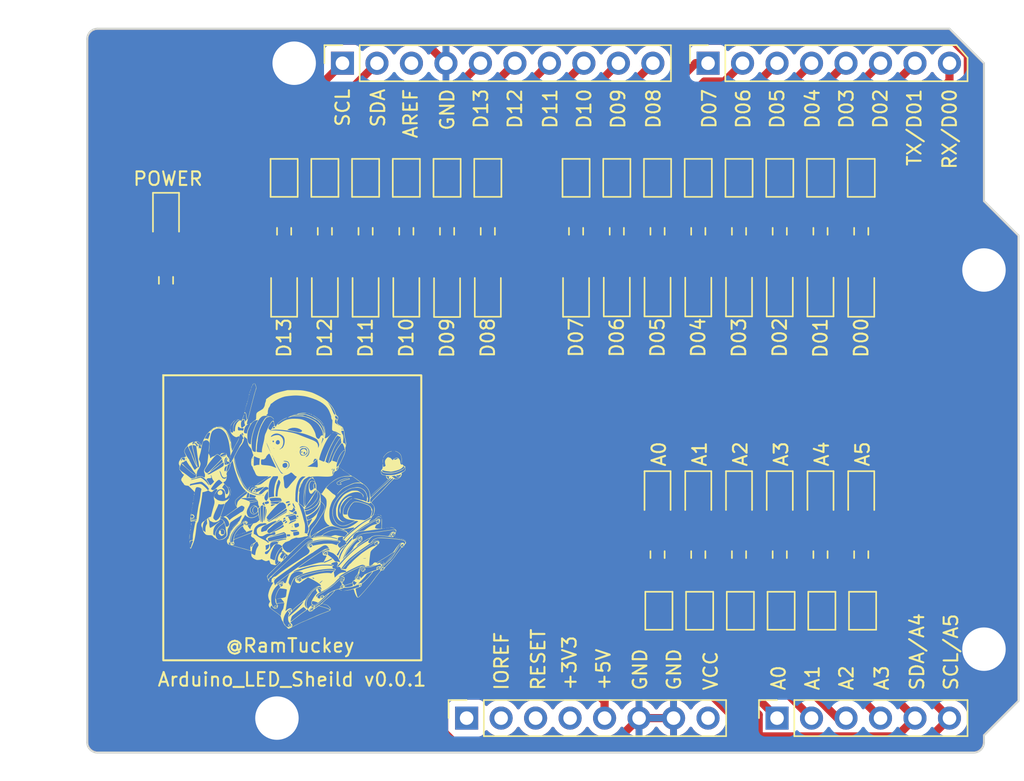
<source format=kicad_pcb>
(kicad_pcb (version 20221018) (generator pcbnew)
  (title_block (date "mar. 31 mars 2015"))
  (layers (0 "F.Cu" signal) (31 "B.Cu" signal) (34 "B.Paste" user) (35 "F.Paste" user) (36 "B.SilkS" user "B.Silkscreen") (37 "F.SilkS" user "F.Silkscreen") (38 "B.Mask" user) (39 "F.Mask" user) (44 "Edge.Cuts" user))
  (net 0 "")
  (net 1 "GND")
  (net 3 "+5V")
  (net 4 "/IOREF")
  (net 5 "/A0")
  (net 6 "/A1")
  (net 7 "/A2")
  (net 8 "/A3")
  (net 9 "/SDA{slash}A4")
  (net 10 "/SCL{slash}A5")
  (net 11 "/13")
  (net 12 "/12")
  (net 13 "/AREF")
  (net 14 "/8")
  (net 15 "/7")
  (net 16 "/*11")
  (net 17 "/*10")
  (net 18 "/*9")
  (net 19 "/4")
  (net 20 "/2")
  (net 21 "/*6")
  (net 22 "/*5")
  (net 23 "/TX{slash}1")
  (net 24 "/*3")
  (net 25 "/RX{slash}0")
  (net 26 "+3V3")
  (net 27 "VCC")
  (net 28 "/~{RESET}")
  (net 29 "Net-(D1-A)")
  (net 30 "Net-(D2-A)")
  (net 31 "Net-(D3-A)")
  (net 32 "Net-(D4-A)")
  (net 33 "Net-(D5-A)")
  (net 34 "Net-(D6-A)")
  (net 35 "Net-(D7-A)")
  (net 36 "Net-(D8-A)")
  (net 37 "Net-(D9-A)")
  (net 38 "Net-(D10-A)")
  (net 39 "Net-(D11-A)")
  (net 40 "Net-(D12-A)")
  (net 41 "Net-(D13-A)")
  (net 42 "Net-(D14-A)")
  (net 43 "Net-(D17-A)")
  (net 44 "Net-(D18-A)")
  (net 45 "Net-(D19-A)")
  (net 46 "Net-(D20-A)")
  (net 47 "Net-(D21-A)")
  (net 48 "Net-(D22-A)")
  (net 49 "Net-(D23-A)")
  (net 50 "Net-(JP1-B)")
  (net 51 "Net-(JP2-B)")
  (net 52 "Net-(JP3-B)")
  (net 53 "Net-(JP4-B)")
  (net 54 "Net-(JP5-B)")
  (net 55 "Net-(JP6-B)")
  (net 56 "Net-(JP7-B)")
  (net 57 "Net-(JP8-B)")
  (net 58 "Net-(JP9-B)")
  (net 59 "Net-(JP10-B)")
  (net 60 "Net-(JP11-B)")
  (net 61 "Net-(JP12-B)")
  (net 62 "Net-(JP13-B)")
  (net 63 "Net-(JP14-B)")
  (net 64 "Net-(JP17-A)")
  (net 65 "Net-(JP18-A)")
  (net 66 "Net-(JP19-A)")
  (net 67 "Net-(JP20-A)")
  (net 68 "Net-(JP21-A)")
  (net 69 "Net-(JP22-A)")
  (footprint "Connector_PinSocket_2.54mm:PinSocket_1x08_P2.54mm_Vertical" (layer "F.Cu") (at 127.94 97.46 90)
    (fp_text reference "J1" hide)
    (fp_text value "Power")
  )
  (footprint "Connector_PinSocket_2.54mm:PinSocket_1x06_P2.54mm_Vertical" (layer "F.Cu") (at 150.8 97.46 90)
    (fp_text reference "J3" hide)
    (fp_text value "Analog")
  )
  (footprint "Connector_PinSocket_2.54mm:PinSocket_1x10_P2.54mm_Vertical" (layer "F.Cu") (at 118.796 49.2 90)
    (fp_text reference "J2" hide)
    (fp_text value "Digital/PWM")
  )
  (footprint "Connector_PinSocket_2.54mm:PinSocket_1x08_P2.54mm_Vertical" (layer "F.Cu") (at 145.72 49.2 90)
    (fp_text reference "J4" hide)
    (fp_text value "Digital/PWM")
  )
  (footprint "Jumper:SolderJumper-2_P1.3mm_Bridged_Pad1.0x1.5mm" (layer "F.Cu") (at 126.5 57.65 -90)
    (fp_text reference "JP10" hide)
    (fp_text value "Bridged" hide)
  )
  (footprint "LED_SMD:LED_0805_2012Metric_Pad1.15x1.40mm_HandSolder" (layer "F.Cu") (at 148 81.125 -90)
    (fp_text reference "D19" hide)
    (fp_text value "green" hide)
  )
  (footprint "Resistor_SMD:R_0603_1608Metric_Pad0.98x0.95mm_HandSolder" (layer "F.Cu") (at 117.5 61.5875 -90)
    (fp_text reference "R13" hide)
    (fp_text value "330" hide)
  )
  (footprint "Jumper:SolderJumper-2_P1.3mm_Bridged_Pad1.0x1.5mm" (layer "F.Cu") (at 117.5 57.65 -90)
    (fp_text reference "JP13" hide)
    (fp_text value "Bridged" hide)
  )
  (footprint "LED_SMD:LED_0805_2012Metric_Pad1.15x1.40mm_HandSolder" (layer "F.Cu") (at 157 66.025 90)
    (fp_text reference "D1" hide)
    (fp_text value "green" hide)
  )
  (footprint "Resistor_SMD:R_0603_1608Metric_Pad0.98x0.95mm_HandSolder" (layer "F.Cu") (at 145 61.5875 -90)
    (fp_text reference "R5" hide)
    (fp_text value "330" hide)
  )
  (footprint "Jumper:SolderJumper-2_P1.3mm_Bridged_Pad1.0x1.5mm" (layer "F.Cu") (at 157.1 89.55 -90)
    (fp_text reference "JP22" hide)
    (fp_text value "Bridged" hide)
  )
  (footprint "Resistor_SMD:R_0603_1608Metric_Pad0.98x0.95mm_HandSolder" (layer "F.Cu") (at 154 61.5875 -90)
    (fp_text reference "R2" hide)
    (fp_text value "330" hide)
  )
  (footprint "Resistor_SMD:R_0603_1608Metric_Pad0.98x0.95mm_HandSolder" (layer "F.Cu") (at 145 85.4125 90)
    (fp_text reference "R18" hide)
    (fp_text value "330" hide)
  )
  (footprint "Jumper:SolderJumper-2_P1.3mm_Bridged_Pad1.0x1.5mm" (layer "F.Cu") (at 151.1 89.55 -90)
    (fp_text reference "JP20" hide)
    (fp_text value "Bridged" hide)
  )
  (footprint "Jumper:SolderJumper-2_P1.3mm_Bridged_Pad1.0x1.5mm" (layer "F.Cu") (at 151 57.65 -90)
    (fp_text reference "JP3" hide)
    (fp_text value "Bridged" hide)
  )
  (footprint "Jumper:SolderJumper-2_P1.3mm_Bridged_Pad1.0x1.5mm" (layer "F.Cu") (at 142.1 89.55 -90)
    (fp_text reference "JP17" hide)
    (fp_text value "Bridged" hide)
  )
  (footprint "Jumper:SolderJumper-2_P1.3mm_Bridged_Pad1.0x1.5mm" (layer "F.Cu") (at 148.1 89.55 -90)
    (fp_text reference "JP19" hide)
    (fp_text value "Bridged" hide)
  )
  (footprint "Resistor_SMD:R_0603_1608Metric_Pad0.98x0.95mm_HandSolder" (layer "F.Cu") (at 126.5 61.5875 -90)
    (fp_text reference "R10" hide)
    (fp_text value "330" hide)
  )
  (footprint "LED_SMD:LED_0805_2012Metric_Pad1.15x1.40mm_HandSolder" (layer "F.Cu") (at 129.5 66.025 90)
    (fp_text reference "D9" hide)
    (fp_text value "green" hide)
  )
  (footprint "Jumper:SolderJumper-2_P1.3mm_Bridged_Pad1.0x1.5mm" (layer "F.Cu") (at 154.1 89.55 -90)
    (fp_text reference "JP21" hide)
    (fp_text value "Bridged" hide)
  )
  (footprint "Resistor_SMD:R_0603_1608Metric_Pad0.98x0.95mm_HandSolder" (layer "F.Cu") (at 129.5 61.5875 -90)
    (fp_text reference "R9" hide)
    (fp_text value "330" hide)
  )
  (footprint "LED_SMD:LED_0805_2012Metric_Pad1.15x1.40mm_HandSolder" (layer "F.Cu") (at 120.5 66.025 90)
    (fp_text reference "D12" hide)
    (fp_text value "green" hide)
  )
  (footprint "Resistor_SMD:R_0603_1608Metric_Pad0.98x0.95mm_HandSolder" (layer "F.Cu") (at 139 61.5875 -90)
    (fp_text reference "R7" hide)
    (fp_text value "330" hide)
  )
  (footprint "logo:logo_20mm" (layer "F.Cu") (at 115.1 81.7)
    (fp_text reference "G***" hide)
    (fp_text value "LOGO" hide)
  )
  (footprint "Jumper:SolderJumper-2_P1.3mm_Bridged_Pad1.0x1.5mm" (layer "F.Cu") (at 145 57.65 -90)
    (fp_text reference "JP5" hide)
    (fp_text value "Bridged" hide)
  )
  (footprint "Jumper:SolderJumper-2_P1.3mm_Bridged_Pad1.0x1.5mm" (layer "F.Cu") (at 154 57.65 -90)
    (fp_text reference "JP2" hide)
    (fp_text value "Bridged" hide)
  )
  (footprint "Jumper:SolderJumper-2_P1.3mm_Bridged_Pad1.0x1.5mm" (layer "F.Cu") (at 139 57.65 -90)
    (fp_text reference "JP7" hide)
    (fp_text value "Bridged" hide)
  )
  (footprint "LED_SMD:LED_0805_2012Metric_Pad1.15x1.40mm_HandSolder" (layer "F.Cu") (at 157 81.125 -90)
    (fp_text reference "D22" hide)
    (fp_text value "green" hide)
  )
  (footprint "Jumper:SolderJumper-2_P1.3mm_Bridged_Pad1.0x1.5mm" (layer "F.Cu") (at 129.5 57.65 -90)
    (fp_text reference "JP9" hide)
    (fp_text value "Bridged" hide)
  )
  (footprint "Jumper:SolderJumper-2_P1.3mm_Bridged_Pad1.0x1.5mm" (layer "F.Cu") (at 136 57.65 -90)
    (fp_text reference "JP8" hide)
    (fp_text value "Bridged" hide)
  )
  (footprint "Arduino_MountingHole:MountingHole_3.2mm" (layer "F.Cu") (at 115.24 49.2)
    (fp_text reference "MH1" hide)
    (fp_text value "MountingHole_3.2mm" hide)
  )
  (footprint "LED_SMD:LED_0805_2012Metric_Pad1.15x1.40mm_HandSolder" (layer "F.Cu") (at 151 66 90)
    (fp_text reference "D3" hide)
    (fp_text value "green" hide)
  )
  (footprint "Resistor_SMD:R_0603_1608Metric_Pad0.98x0.95mm_HandSolder" (layer "F.Cu") (at 148 85.4125 90)
    (fp_text reference "R19" hide)
    (fp_text value "330" hide)
  )
  (footprint "LED_SMD:LED_0805_2012Metric_Pad1.15x1.40mm_HandSolder" (layer "F.Cu") (at 117.5 66.025 90)
    (fp_text reference "D13" hide)
    (fp_text value "green" hide)
  )
  (footprint "LED_SMD:LED_0805_2012Metric_Pad1.15x1.40mm_HandSolder" (layer "F.Cu") (at 145 66 90)
    (fp_text reference "D5" hide)
    (fp_text value "green" hide)
  )
  (footprint "Resistor_SMD:R_0603_1608Metric_Pad0.98x0.95mm_HandSolder" (layer "F.Cu") (at 136 61.5875 -90)
    (fp_text reference "R8" hide)
    (fp_text value "330" hide)
  )
  (footprint "Resistor_SMD:R_0603_1608Metric_Pad0.98x0.95mm_HandSolder" (layer "F.Cu") (at 148 61.5875 -90)
    (fp_text reference "R4" hide)
    (fp_text value "330" hide)
  )
  (footprint "Resistor_SMD:R_0603_1608Metric_Pad0.98x0.95mm_HandSolder" (layer "F.Cu") (at 151 61.5875 -90)
    (fp_text reference "R3" hide)
    (fp_text value "330" hide)
  )
  (footprint "Resistor_SMD:R_0603_1608Metric_Pad0.98x0.95mm_HandSolder" (layer "F.Cu") (at 105.8 65.2 90)
    (fp_text reference "R23" hide)
    (fp_text value "330" hide)
  )
  (footprint "LED_SMD:LED_0805_2012Metric_Pad1.15x1.40mm_HandSolder" (layer "F.Cu") (at 145 81.125 -90)
    (fp_text reference "D18" hide)
    (fp_text value "green" hide)
  )
  (footprint "Jumper:SolderJumper-2_P1.3mm_Bridged_Pad1.0x1.5mm" (layer "F.Cu") (at 120.5 57.65 -90)
    (fp_text reference "JP12" hide)
    (fp_text value "Bridged" hide)
  )
  (footprint "Resistor_SMD:R_0603_1608Metric_Pad0.98x0.95mm_HandSolder" (layer "F.Cu") (at 154 85.4125 90)
    (fp_text reference "R21" hide)
    (fp_text value "330" hide)
  )
  (footprint "Resistor_SMD:R_0603_1608Metric_Pad0.98x0.95mm_HandSolder" (layer "F.Cu") (at 157 61.5875 -90)
    (fp_text reference "R1" hide)
    (fp_text value "330" hide)
  )
  (footprint "Jumper:SolderJumper-2_P1.3mm_Bridged_Pad1.0x1.5mm" (layer "F.Cu") (at 123.5 57.65 -90)
    (fp_text reference "JP11" hide)
    (fp_text value "Bridged" hide)
  )
  (footprint "Jumper:SolderJumper-2_P1.3mm_Bridged_Pad1.0x1.5mm" (layer "F.Cu") (at 157 57.65 -90)
    (fp_text reference "JP1" hide)
    (fp_text value "Bridged" hide)
  )
  (footprint "Resistor_SMD:R_0603_1608Metric_Pad0.98x0.95mm_HandSolder" (layer "F.Cu") (at 151 85.4125 90)
    (fp_text reference "R20" hide)
    (fp_text value "330" hide)
  )
  (footprint "Resistor_SMD:R_0603_1608Metric_Pad0.98x0.95mm_HandSolder" (layer "F.Cu") (at 123.5 61.5875 -90)
    (fp_text reference "R11" hide)
    (fp_text value "330" hide)
  )
  (footprint "LED_SMD:LED_0805_2012Metric_Pad1.15x1.40mm_HandSolder" (layer "F.Cu") (at 142 81.125 -90)
    (fp_text reference "D17" hide)
    (fp_text value "green" hide)
  )
  (footprint "LED_SMD:LED_0805_2012Metric_Pad1.15x1.40mm_HandSolder" (layer "F.Cu") (at 151 81.125 -90)
    (fp_text reference "D20" hide)
    (fp_text value "green" hide)
  )
  (footprint "LED_SMD:LED_0805_2012Metric_Pad1.15x1.40mm_HandSolder" (layer "F.Cu") (at 142 66 90)
    (fp_text reference "D6" hide)
    (fp_text value "green" hide)
  )
  (footprint "LED_SMD:LED_0805_2012Metric_Pad1.15x1.40mm_HandSolder" (layer "F.Cu") (at 123.5 66.025 90)
    (fp_text reference "D11" hide)
    (fp_text value "green" hide)
  )
  (footprint "LED_SMD:LED_0805_2012Metric_Pad1.15x1.40mm_HandSolder" (layer "F.Cu") (at 114.5 66.025 90)
    (fp_text reference "D14" hide)
    (fp_text value "green" hide)
  )
  (footprint "Resistor_SMD:R_0603_1608Metric_Pad0.98x0.95mm_HandSolder" (layer "F.Cu") (at 157 85.4125 90)
    (fp_text reference "R22" hide)
    (fp_text value "330" hide)
  )
  (footprint "Resistor_SMD:R_0603_1608Metric_Pad0.98x0.95mm_HandSolder" (layer "F.Cu") (at 142 85.4125 90)
    (fp_text reference "R17" hide)
    (fp_text value "330" hide)
  )
  (footprint "Jumper:SolderJumper-2_P1.3mm_Bridged_Pad1.0x1.5mm" (layer "F.Cu") (at 145.1 89.55 -90)
    (fp_text reference "JP18" hide)
    (fp_text value "Bridged" hide)
  )
  (footprint "LED_SMD:LED_0805_2012Metric_Pad1.15x1.40mm_HandSolder" (layer "F.Cu") (at 105.8 60.6125 -90)
    (fp_text reference "D23" hide)
    (fp_text value "Red" hide)
  )
  (footprint "LED_SMD:LED_0805_2012Metric_Pad1.15x1.40mm_HandSolder" (layer "F.Cu") (at 136 66.025 90)
    (fp_text reference "D8" hide)
    (fp_text value "green" hide)
  )
  (footprint "LED_SMD:LED_0805_2012Metric_Pad1.15x1.40mm_HandSolder" (layer "F.Cu") (at 126.5 66.04 90)
    (fp_text reference "D10" hide)
    (fp_text value "green" hide)
  )
  (footprint "Jumper:SolderJumper-2_P1.3mm_Bridged_Pad1.0x1.5mm" (layer "F.Cu") (at 142 57.65 -90)
    (fp_text reference "JP6" hide)
    (fp_text value "Bridged" hide)
  )
  (footprint "Resistor_SMD:R_0603_1608Metric_Pad0.98x0.95mm_HandSolder" (layer "F.Cu") (at 142 61.5875 -90)
    (fp_text reference "R6" hide)
    (fp_text value "330" hide)
  )
  (footprint "Jumper:SolderJumper-2_P1.3mm_Bridged_Pad1.0x1.5mm" (layer "F.Cu") (at 114.5 57.65 -90)
    (fp_text reference "JP14" hide)
    (fp_text value "Bridged" hide)
  )
  (footprint "Arduino_MountingHole:MountingHole_3.2mm" (layer "F.Cu") (at 113.97 97.46)
    (fp_text reference "MH2" hide)
    (fp_text value "MountingHole_3.2mm" hide)
  )
  (footprint "Arduino_MountingHole:MountingHole_3.2mm" (layer "F.Cu") (at 166.04 64.44)
    (fp_text reference "MH3" hide)
    (fp_text value "MountingHole_3.2mm" hide)
  )
  (footprint "Jumper:SolderJumper-2_P1.3mm_Bridged_Pad1.0x1.5mm" (layer "F.Cu") (at 148 57.65 -90)
    (fp_text reference "JP4" hide)
    (fp_text value "Bridged" hide)
  )
  (footprint "LED_SMD:LED_0805_2012Metric_Pad1.15x1.40mm_HandSolder" (layer "F.Cu") (at 154 81.125 -90)
    (fp_text reference "D21" hide)
    (fp_text value "green" hide)
  )
  (footprint "Resistor_SMD:R_0603_1608Metric_Pad0.98x0.95mm_HandSolder" (layer "F.Cu") (at 120.5 61.5875 -90)
    (fp_text reference "R12" hide)
    (fp_text value "330" hide)
  )
  (footprint "Arduino_MountingHole:MountingHole_3.2mm" (layer "F.Cu") (at 166.04 92.38)
    (fp_text reference "MH4" hide)
    (fp_text value "MountingHole_3.2mm" hide)
  )
  (footprint "Resistor_SMD:R_0603_1608Metric_Pad0.98x0.95mm_HandSolder" (layer "F.Cu") (at 114.5 61.5875 -90)
    (fp_text reference "R14" hide)
    (fp_text value "330" hide)
  )
  (footprint "LED_SMD:LED_0805_2012Metric_Pad1.15x1.40mm_HandSolder" (layer "F.Cu") (at 154 66 90)
    (fp_text reference "D2" hide)
    (fp_text value "green" hide)
  )
  (footprint "LED_SMD:LED_0805_2012Metric_Pad1.15x1.40mm_HandSolder" (layer "F.Cu") (at 148 66 90)
    (fp_text reference "D4" hide)
    (fp_text value "green" hide)
  )
  (footprint "LED_SMD:LED_0805_2012Metric_Pad1.15x1.40mm_HandSolder" (layer "F.Cu") (at 139 66 90)
    (fp_text reference "D7" hide)
    (fp_text value "green" hide)
  )
  (gr_rect (start 105.6 72.2) (end 124.6 93.2) (stroke (width 0.15)) (fill none) (layer "F.SilkS"))
  (gr_line (start 166.04 59.36) (end 168.58 61.9) (stroke (width 0.15)) (layer "Edge.Cuts"))
  (gr_line (start 100 99.238) (end 100 47.422) (stroke (width 0.15)) (layer "Edge.Cuts"))
  (gr_line (start 168.58 61.9) (end 168.58 96.19) (stroke (width 0.15)) (layer "Edge.Cuts"))
  (gr_line (start 165.278 100) (end 100.762 100) (stroke (width 0.15)) (layer "Edge.Cuts"))
  (gr_line (start 100.762 46.66) (end 163.5 46.66) (stroke (width 0.15)) (layer "Edge.Cuts"))
  (gr_arc (start 100.762 100) (mid 100.223185 99.776815) (end 100 99.238) (stroke (width 0.15)) (layer "Edge.Cuts"))
  (gr_line (start 168.58 96.19) (end 166.04 98.73) (stroke (width 0.15)) (layer "Edge.Cuts"))
  (gr_line (start 163.5 46.66) (end 166.04 49.2) (stroke (width 0.15)) (layer "Edge.Cuts"))
  (gr_arc (start 166.04 99.238) (mid 165.816815 99.776815) (end 165.278 100) (stroke (width 0.15)) (layer "Edge.Cuts"))
  (gr_line (start 166.04 49.2) (end 166.04 59.36) (stroke (width 0.15)) (layer "Edge.Cuts"))
  (gr_line (start 166.04 98.73) (end 166.04 99.238) (stroke (width 0.15)) (layer "Edge.Cuts"))
  (gr_arc (start 100 47.422) (mid 100.223185 46.883185) (end 100.762 46.66) (stroke (width 0.15)) (layer "Edge.Cuts"))
  (gr_text "A2" (at 156.5 95.5 90) (layer "F.SilkS") (effects (font (size 1 1)) (justify left bottom)))
  (gr_text "D09" (at 139.1 51.015 90) (layer "F.SilkS") (effects (font (size 1 1)) (justify right)))
  (gr_text "GND" (at 127.1 51 90) (layer "F.SilkS") (effects (font (size 1 1)) (justify right bottom)))
  (gr_text "D05" (at 142 67.86 90) (layer "F.SilkS") (effects (font (size 1 1)) (justify right)))
  (gr_text "SCL" (at 119.4 51 90) (layer "F.SilkS") (effects (font (size 1 1)) (justify right bottom)))
  (gr_text "D08" (at 129.5 67.885 90) (layer "F.SilkS") (effects (font (size 1 1)) (justify right)))
  (gr_text "A1" (at 145.1 79 90) (layer "F.SilkS") (effects (font (size 1 1)) (justify left)))
  (gr_text "+3V3" (at 136.1 95.5 90) (layer "F.SilkS") (effects (font (size 1 1)) (justify left bottom)))
  (gr_text "D01" (at 154 67.9 90) (layer "F.SilkS") (effects (font (size 1 1)) (justify right)))
  (gr_text "D11" (at 134.1 51 90) (layer "F.SilkS") (effects (font (size 1 1)) (justify right)))
  (gr_text "SCL/A5" (at 164.2 95.5 90) (layer "F.SilkS") (effects (font (size 1 1)) (justify left bottom)))
  (gr_text "AREF" (at 124.4 51 90) (layer "F.SilkS") (effects (font (size 1 1)) (justify right bottom)))
  (gr_text "A3" (at 151.1 79 90) (layer "F.SilkS") (effects (font (size 1 1)) (justify left)))
  (gr_text "D03" (at 156.5 51 90) (layer "F.SilkS") (effects (font (size 1 1)) (justify right bottom)))
  (gr_text "A1" (at 154 95.5 90) (layer "F.SilkS") (effects (font (size 1 1)) (justify left bottom)))
  (gr_text "A0" (at 151.5 95.5 90) (layer "F.SilkS") (effects (font (size 1 1)) (justify left bottom)))
  (gr_text "D07" (at 146.4 51 90) (layer "F.SilkS") (effects (font (size 1 1)) (justify right bottom)))
  (gr_text "+5V" (at 138.6 95.5 90) (layer "F.SilkS") (effects (font (size 1 1)) (justify left bottom)))
  (gr_text "D07" (at 136 67.86 90) (layer "F.SilkS") (effects (font (size 1 1)) (justify right)))
  (gr_text "D10" (at 123.5 67.885 90) (layer "F.SilkS") (effects (font (size 1 1)) (justify right)))
  (gr_text "D13" (at 129 51 90) (layer "F.SilkS") (effects (font (size 1 1)) (justify right)))
  (gr_text "D12" (at 131.5 51 90) (layer "F.SilkS") (effects (font (size 1 1)) (justify right)))
  (gr_text "GND" (at 141.3 95.5 90) (layer "F.SilkS") (effects (font (size 1 1)) (justify left bottom)))
  (gr_text "Arduino_LED_Sheild v0.0.1" (at 105.1 95.2) (layer "F.SilkS") (effects (font (size 1 1)) (justify left bottom)))
  (gr_text "A0" (at 142.1 79 90) (layer "F.SilkS") (effects (font (size 1 1)) (justify left)))
  (gr_text "RX/D00" (at 164.1 51 90) (layer "F.SilkS") (effects (font (size 1 1)) (justify right bottom)))
  (gr_text "D13" (at 114.5 67.885 90) (layer "F.SilkS") (effects (font (size 1 1)) (justify right)))
  (gr_text "SDA/A4" (at 161.7 95.5 90) (layer "F.SilkS") (effects (font (size 1 1)) (justify left bottom)))
  (gr_text "D02" (at 159 51 90) (layer "F.SilkS") (effects (font (size 1 1)) (justify right bottom)))
  (gr_text "D08" (at 141.7 51 90) (layer "F.SilkS") (effects (font (size 1 1)) (justify right)))
  (gr_text "SDA" (at 122 51 90) (layer "F.SilkS") (effects (font (size 1 1)) (justify right bottom)))
  (gr_text "D04" (at 154 51 90) (layer "F.SilkS") (effects (font (size 1 1)) (justify right bottom)))
  (gr_text "TX/D01" (at 161.5 51 90) (layer "F.SilkS") (effects (font (size 1 1)) (justify right bottom)))
  (gr_text "RESET" (at 133.8 95.5 90) (layer "F.SilkS") (effects (font (size 1 1)) (justify left bottom)))
  (gr_text "A4" (at 154.1 79 90) (layer "F.SilkS") (effects (font (size 1 1)) (justify left)))
  (gr_text "D04" (at 145 67.86 90) (layer "F.SilkS") (effects (font (size 1 1)) (justify right)))
  (gr_text "IOREF" (at 131.1 95.5 90) (layer "F.SilkS") (effects (font (size 1 1)) (justify left bottom)))
  (gr_text "D02" (at 151 67.86 90) (layer "F.SilkS") (effects (font (size 1 1)) (justify right)))
  (gr_text "D06" (at 148.9 51 90) (layer "F.SilkS") (effects (font (size 1 1)) (justify right bottom)))
  (gr_text "D05" (at 151.4 51 90) (layer "F.SilkS") (effects (font (size 1 1)) (justify right bottom)))
  (gr_text "POWER" (at 103.3 58.3) (layer "F.SilkS") (effects (font (size 1 1)) (justify left bottom)))
  (gr_text "D09" (at 126.5 67.9 90) (layer "F.SilkS") (effects (font (size 1 1)) (justify right)))
  (gr_text "D10" (at 136.6 51 90) (layer "F.SilkS") (effects (font (size 1 1)) (justify right)))
  (gr_text "D06" (at 139 67.86 90) (layer "F.SilkS") (effects (font (size 1 1)) (justify right)))
  (gr_text "A2" (at 148.1 79 90) (layer "F.SilkS") (effects (font (size 1 1)) (justify left)))
  (gr_text "@RamTuckey" (at 110.1 92.7) (layer "F.SilkS") (effects (font (size 1 1)) (justify left bottom)))
  (gr_text "A5" (at 157.1 79 90) (layer "F.SilkS") (effects (font (size 1 1)) (justify left)))
  (gr_text "VCC" (at 146.5 95.5 90) (layer "F.SilkS") (effects (font (size 1 1)) (justify left bottom)))
  (gr_text "GND" (at 143.8 95.5 90) (layer "F.SilkS") (effects (font (size 1 1)) (justify left bottom)))
  (gr_text "A3" (at 159.1 95.5 90) (layer "F.SilkS") (effects (font (size 1 1)) (justify left bottom)))
  (gr_text "D12" (at 117.5 67.885 90) (layer "F.SilkS") (effects (font (size 1 1)) (justify right)))
  (gr_text "D03" (at 148 67.875 90) (layer "F.SilkS") (effects (font (size 1 1)) (justify right)))
  (gr_text "D11" (at 120.5 67.885 90) (layer "F.SilkS") (effects (font (size 1 1)) (justify right)))
  (gr_text "D00" (at 157 67.885 90) (layer "F.SilkS") (effects (font (size 1 1)) (justify right)))
  (segment (start 129.5 67.05) (end 136 67.05) (width 0.6) (layer "F.Cu") (net 1))
  (segment (start 140.64 97.46) (end 138.6 99.5) (width 0.6) (layer "F.Cu") (net 1))
  (segment (start 163.509189 47.3) (end 124 47.3) (width 0.6) (layer "F.Cu") (net 1))
  (segment (start 164.85 48.640811) (end 163.509189 47.3) (width 0.6) (layer "F.Cu") (net 1))
  (segment (start 124.516 47.3) (end 124 47.3) (width 0.6) (layer "F.Cu") (net 1))
  (segment (start 164.85 59.2) (end 164.85 48.640811) (width 0.6) (layer "F.Cu") (net 1))
  (segment (start 157 67.05) (end 157 80.1) (width 0.6) (layer "F.Cu") (net 1))
  (segment (start 126.416 49.2) (end 124.516 47.3) (width 0.6) (layer "F.Cu") (net 1))
  (segment (start 104.5 60.8875) (end 105.8 59.5875) (width 0.6) (layer "F.Cu") (net 1))
  (segment (start 114.452994 47.3) (end 105.8 55.952994) (width 0.6) (layer "F.Cu") (net 1))
  (segment (start 114.5 67.05) (end 129.5 67.05) (width 0.6) (layer "F.Cu") (net 1))
  (segment (start 136 67.05) (end 157 67.05) (width 0.6) (layer "F.Cu") (net 1))
  (segment (start 105.8 55.952994) (end 105.8 59.5875) (width 0.6) (layer "F.Cu") (net 1))
  (segment (start 104.5 76.72) (end 104.5 60.8875) (width 0.6) (layer "F.Cu") (net 1))
  (segment (start 142 80.1) (end 157 80.1) (width 0.6) (layer "F.Cu") (net 1))
  (segment (start 157 67.05) (end 164.85 59.2) (width 0.6) (layer "F.Cu") (net 1))
  (segment (start 127.28 99.5) (end 104.5 76.72) (width 0.6) (layer "F.Cu") (net 1))
  (segment (start 138.6 99.5) (end 127.28 99.5) (width 0.6) (layer "F.Cu") (net 1))
  (segment (start 140.64 97.46) (end 143.18 97.46) (width 0.6) (layer "F.Cu") (net 1))
  (segment (start 124 47.3) (end 114.452994 47.3) (width 0.6) (layer "F.Cu") (net 1))
  (segment (start 138.1 96.23137) (end 138.1 97.46) (width 0.6) (layer "F.Cu") (net 3))
  (segment (start 105.8 66.1125) (end 107.98113 66.1125) (width 0.6) (layer "F.Cu") (net 3))
  (segment (start 107.98113 66.1125) (end 138.1 96.23137) (width 0.6) (layer "F.Cu") (net 3))
  (segment (start 150.8 97.43137) (end 144.56863 91.2) (width 0.6) (layer "F.Cu") (net 5))
  (segment (start 144.56863 91.2) (end 143.1 91.2) (width 0.6) (layer "F.Cu") (net 5))
  (segment (start 150.8 97.46) (end 150.8 97.43137) (width 0.6) (layer "F.Cu") (net 5))
  (segment (start 143.1 91.2) (end 142.1 90.2) (width 0.6) (layer "F.Cu") (net 5))
  (segment (start 153.34 97.46) (end 148.88 93) (width 0.6) (layer "F.Cu") (net 6))
  (segment (start 147.9 93) (end 145.1 90.2) (width 0.6) (layer "F.Cu") (net 6))
  (segment (start 148.88 93) (end 147.9 93) (width 0.6) (layer "F.Cu") (net 6))
  (segment (start 148.1 90.310811) (end 148.1 90.2) (width 0.6) (layer "F.Cu") (net 7))
  (segment (start 155.88 97.46) (end 155.249189 97.46) (width 0.6) (layer "F.Cu") (net 7))
  (segment (start 155.249189 97.46) (end 148.1 90.310811) (width 0.6) (layer "F.Cu") (net 7))
  (segment (start 151.16 90.2) (end 151.1 90.2) (width 0.6) (layer "F.Cu") (net 8))
  (segment (start 158.42 97.46) (end 151.16 90.2) (width 0.6) (layer "F.Cu") (net 8))
  (segment (start 113 67.38566) (end 136.81434 91.2) (width 0.6) (layer "F.Cu") (net 9))
  (segment (start 113 56.25) (end 113 67.38566) (width 0.6) (layer "F.Cu") (net 9))
  (segment (start 142.76863 92) (end 144.23726 92) (width 0.6) (layer "F.Cu") (net 9))
  (segment (start 141.96863 91.2) (end 142.76863 92) (width 0.6) (layer "F.Cu") (net 9))
  (segment (start 144.23726 92) (end 149.45 97.21274) (width 0.6) (layer "F.Cu") (net 9))
  (segment (start 160.96 97.46) (end 154.1 90.6) (width 0.6) (layer "F.Cu") (net 9))
  (segment (start 119.036 51.5) (end 117.75 51.5) (width 0.6) (layer "F.Cu") (net 9))
  (segment (start 149.45 97.21274) (end 149.45 98.81) (width 0.6) (layer "F.Cu") (net 9))
  (segment (start 136.81434 91.2) (end 141.96863 91.2) (width 0.6) (layer "F.Cu") (net 9))
  (segment (start 149.45 98.81) (end 159.61 98.81) (width 0.6) (layer "F.Cu") (net 9))
  (segment (start 117.75 51.5) (end 113 56.25) (width 0.6) (layer "F.Cu") (net 9))
  (segment (start 121.336 49.2) (end 119.036 51.5) (width 0.6) (layer "F.Cu") (net 9))
  (segment (start 154.1 90.6) (end 154.1 90.2) (width 0.6) (layer "F.Cu") (net 9))
  (segment (start 159.61 98.81) (end 160.96 97.46) (width 0.6) (layer "F.Cu") (net 9))
  (segment (start 135.8 92.8) (end 143 92.8) (width 0.6) (layer "F.Cu") (net 10))
  (segment (start 143 92.8) (end 148.65 98.45) (width 0.6) (layer "F.Cu") (net 10))
  (segment (start 161.35 99.61) (end 163.5 97.46) (width 0.6) (layer "F.Cu") (net 10))
  (segment (start 112.2 55.796) (end 112.2 69.2) (width 0.6) (layer "F.Cu") (net 10))
  (segment (start 157.1 91.06) (end 157.1 90.2) (width 0.6) (layer "F.Cu") (net 10))
  (segment (start 149.118629 99.61) (end 161.35 99.61) (width 0.6) (layer "F.Cu") (net 10))
  (segment (start 118.796 49.2) (end 112.2 55.796) (width 0.6) (layer "F.Cu") (net 10))
  (segment (start 148.65 99.141371) (end 149.118629 99.61) (width 0.6) (layer "F.Cu") (net 10))
  (segment (start 163.5 97.46) (end 157.1 91.06) (width 0.6) (layer "F.Cu") (net 10))
  (segment (start 148.65 98.45) (end 148.65 99.141371) (width 0.6) (layer "F.Cu") (net 10))
  (segment (start 112.2 69.2) (end 135.8 92.8) (width 0.6) (layer "F.Cu") (net 10))
  (segment (start 128.956 49.2) (end 125.856 52.3) (width 0.6) (layer "F.Cu") (net 11))
  (segment (start 125.856 52.3) (end 119.2 52.3) (width 0.6) (layer "F.Cu") (net 11))
  (segment (start 119.2 52.3) (end 114.5 57) (width 0.6) (layer "F.Cu") (net 11))
  (segment (start 127.596 53.1) (end 121.4 53.1) (width 0.6) (layer "F.Cu") (net 12))
  (segment (start 131.496 49.2) (end 127.596 53.1) (width 0.6) (layer "F.Cu") (net 12))
  (segment (start 121.4 53.1) (end 117.5 57) (width 0.6) (layer "F.Cu") (net 12))
  (segment (start 137.856 53) (end 136.5 53) (width 0.6) (layer "F.Cu") (net 14))
  (segment (start 136.5 53) (end 132.5 57) (width 0.6) (layer "F.Cu") (net 14))
  (segment (start 141.656 49.2) (end 137.856 53) (width 0.6) (layer "F.Cu") (net 14))
  (segment (start 132.5 57) (end 129.5 57) (width 0.6) (layer "F.Cu") (net 14))
  (segment (start 145.72 49.2) (end 144.8 49.2) (width 0.6) (layer "F.Cu") (net 15))
  (segment (start 144.8 49.2) (end 137 57) (width 0.6) (layer "F.Cu") (net 15))
  (segment (start 137 57) (end 136 57) (width 0.6) (layer "F.Cu") (net 15))
  (segment (start 134.036 49.2) (end 129.336 53.9) (width 0.6) (layer "F.Cu") (net 16))
  (segment (start 129.336 53.9) (end 123.6 53.9) (width 0.6) (layer "F.Cu") (net 16))
  (segment (start 123.6 53.9) (end 120.5 57) (width 0.6) (layer "F.Cu") (net 16))
  (segment (start 131.076 54.7) (end 125.8 54.7) (width 0.6) (layer "F.Cu") (net 17))
  (segment (start 125.8 54.7) (end 123.5 57) (width 0.6) (layer "F.Cu") (net 17))
  (segment (start 136.576 49.2) (end 131.076 54.7) (width 0.6) (layer "F.Cu") (net 17))
  (segment (start 139.116 49.2) (end 132.816 55.5) (width 0.6) (layer "F.Cu") (net 18))
  (segment (start 128 55.5) (end 126.5 57) (width 0.6) (layer "F.Cu") (net 18))
  (segment (start 132.816 55.5) (end 128 55.5) (width 0.6) (layer "F.Cu") (net 18))
  (segment (start 148.04 54.5) (end 147 54.5) (width 0.6) (layer "F.Cu") (net 19))
  (segment (start 145 56.5) (end 145 57) (width 0.6) (layer "F.Cu") (net 19))
  (segment (start 153.34 49.2) (end 148.04 54.5) (width 0.6) (layer "F.Cu") (net 19))
  (segment (start 147 54.5) (end 145 56.5) (width 0.6) (layer "F.Cu") (net 19))
  (segment (start 158.42 49.2) (end 151 56.62) (width 0.6) (layer "F.Cu") (net 20))
  (segment (start 151 56.62) (end 151 57) (width 0.6) (layer "F.Cu") (net 20))
  (segment (start 148.26 49.2) (end 146.91 50.55) (width 0.6) (layer "F.Cu") (net 21))
  (segment (start 146.91 50.55) (end 145.45 50.55) (width 0.6) (layer "F.Cu") (net 21))
  (segment (start 145.45 50.55) (end 139 57) (width 0.6) (layer "F.Cu") (net 21))
  (segment (start 145 53.5) (end 142 56.5) (width 0.6) (layer "F.Cu") (net 22))
  (segment (start 142 56.5) (end 142 57) (width 0.6) (layer "F.Cu") (net 22))
  (segment (start 146.5 53.5) (end 145 53.5) (width 0.6) (layer "F.Cu") (net 22))
  (segment (start 150.8 49.2) (end 146.5 53.5) (width 0.6) (layer "F.Cu") (net 22))
  (segment (start 160.96 49.2) (end 154 56.16) (width 0.6) (layer "F.Cu") (net 23))
  (segment (start 154 56.16) (end 154 57) (width 0.6) (layer "F.Cu") (net 23))
  (segment (start 155.88 49.2) (end 148.08 57) (width 0.6) (layer "F.Cu") (net 24))
  (segment (start 148.08 57) (end 148 57) (width 0.6) (layer "F.Cu") (net 24))
  (segment (start 163.5 49.2) (end 163.5 50.5) (width 0.6) (layer "F.Cu") (net 25))
  (segment (start 163.5 50.5) (end 157 57) (width 0.6) (layer "F.Cu") (net 25))
  (segment (start 157 62.5) (end 157 65) (width 0.6) (layer "F.Cu") (net 29))
  (segment (start 154 62.5) (end 154 64.975) (width 0.6) (layer "F.Cu") (net 30))
  (segment (start 151 62.5) (end 151 64.975) (width 0.6) (layer "F.Cu") (net 31))
  (segment (start 148 62.5) (end 148 64.975) (width 0.6) (layer "F.Cu") (net 32))
  (segment (start 145 62.5) (end 145 64.975) (width 0.6) (layer "F.Cu") (net 33))
  (segment (start 142 62.5) (end 142 64.975) (width 0.6) (layer "F.Cu") (net 34))
  (segment (start 139 62.5) (end 139 64.975) (width 0.6) (layer "F.Cu") (net 35))
  (segment (start 136 62.5) (end 136 65) (width 0.6) (layer "F.Cu") (net 36))
  (segment (start 129.5 62.5) (end 129.5 65) (width 0.6) (layer "F.Cu") (net 37))
  (segment (start 126.5 62.5) (end 126.5 65.015) (width 0.6) (layer "F.Cu") (net 38))
  (segment (start 123.5 62.5) (end 123.5 65) (width 0.6) (layer "F.Cu") (net 39))
  (segment (start 120.5 62.5) (end 120.5 65) (width 0.6) (layer "F.Cu") (net 40))
  (segment (start 117.5 62.5) (end 117.5 65) (width 0.6) (layer "F.Cu") (net 41))
  (segment (start 114.5 62.5) (end 114.5 65) (width 0.6) (layer "F.Cu") (net 42))
  (segment (start 142 82.15) (end 142 84.5) (width 0.6) (layer "F.Cu") (net 43))
  (segment (start 145 82.15) (end 145 84.5) (width 0.6) (layer "F.Cu") (net 44))
  (segment (start 148 82.15) (end 148 84.5) (width 0.6) (layer "F.Cu") (net 45))
  (segment (start 151 82.15) (end 151 84.5) (width 0.6) (layer "F.Cu") (net 46))
  (segment (start 154 82.15) (end 154 84.5) (width 0.6) (layer "F.Cu") (net 47))
  (segment (start 157 82.15) (end 157 84.5) (width 0.6) (layer "F.Cu") (net 48))
  (segment (start 105.8 61.6375) (end 105.8 64.2875) (width 0.6) (layer "F.Cu") (net 49))
  (segment (start 157 58.3) (end 157 60.675) (width 0.6) (layer "F.Cu") (net 50))
  (segment (start 154 58.3) (end 154 60.675) (width 0.6) (layer "F.Cu") (net 51))
  (segment (start 151 58.3) (end 151 60.675) (width 0.6) (layer "F.Cu") (net 52))
  (segment (start 148 58.3) (end 148 60.675) (width 0.6) (layer "F.Cu") (net 53))
  (segment (start 145 58.3) (end 145 60.675) (width 0.6) (layer "F.Cu") (net 54))
  (segment (start 142 58.3) (end 142 60.675) (width 0.6) (layer "F.Cu") (net 55))
  (segment (start 139 58.3) (end 139 60.675) (width 0.6) (layer "F.Cu") (net 56))
  (segment (start 136 58.3) (end 136 60.675) (width 0.6) (layer "F.Cu") (net 57))
  (segment (start 129.5 58.3) (end 129.5 60.675) (width 0.6) (layer "F.Cu") (net 58))
  (segment (start 126.5 58.3) (end 126.5 60.675) (width 0.6) (layer "F.Cu") (net 59))
  (segment (start 123.5 58.3) (end 123.5 60.675) (width 0.6) (layer "F.Cu") (net 60))
  (segment (start 120.5 58.3) (end 120.5 60.675) (width 0.6) (layer "F.Cu") (net 61))
  (segment (start 117.5 58.3) (end 117.5 60.675) (width 0.6) (layer "F.Cu") (net 62))
  (segment (start 114.5 58.3) (end 114.5 60.675) (width 0.6) (layer "F.Cu") (net 63))
  (segment (start 142.1 86.425) (end 142 86.325) (width 0.6) (layer "F.Cu") (net 64))
  (segment (start 142.1 88.9) (end 142.1 86.425) (width 0.6) (layer "F.Cu") (net 64))
  (segment (start 145.1 86.425) (end 145 86.325) (width 0.6) (layer "F.Cu") (net 65))
  (segment (start 145.1 88.9) (end 145.1 86.425) (width 0.6) (layer "F.Cu") (net 65))
  (segment (start 148.1 86.425) (end 148 86.325) (width 0.6) (layer "F.Cu") (net 66))
  (segment (start 148.1 88.9) (end 148.1 86.425) (width 0.6) (layer "F.Cu") (net 66))
  (segment (start 151.1 86.425) (end 151 86.325) (width 0.6) (layer "F.Cu") (net 67))
  (segment (start 151.1 88.9) (end 151.1 86.425) (width 0.6) (layer "F.Cu") (net 67))
  (segment (start 154.1 86.425) (end 154 86.325) (width 0.6) (layer "F.Cu") (net 68))
  (segment (start 154.1 88.9) (end 154.1 86.425) (width 0.6) (layer "F.Cu") (net 68))
  (segment (start 157.1 88.9) (end 157.1 86.425) (width 0.6) (layer "F.Cu") (net 69))
  (segment (start 157.1 86.425) (end 157 86.325) (width 0.6) (layer "F.Cu") (net 69))
  (zone (net 1) (net_name "GND") (layers "F&B.Cu") (connect_pads (clearance 0.508)) (min_thickness 0.25) (fill yes (thermal_gap 0.5) (thermal_bridge_width 0.5))
    (polygon (pts (xy 100 46.5) (xy 169 46.5) (xy 168.5 100) (xy 100 100.5)))
  )
)
</source>
